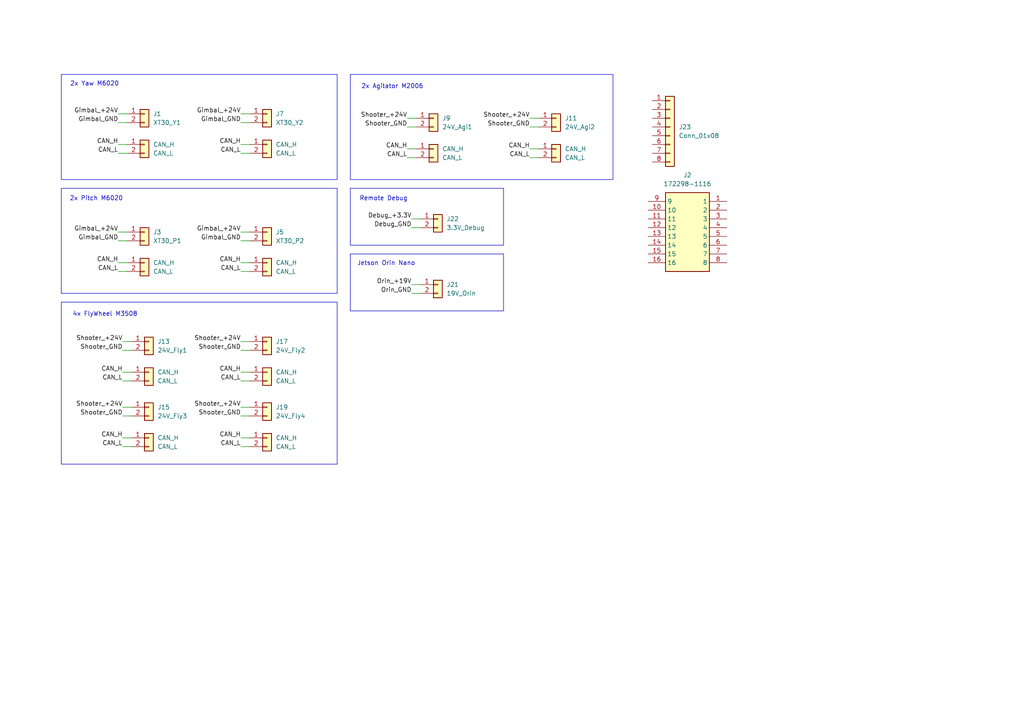
<source format=kicad_sch>
(kicad_sch (version 20231120) (generator "eeschema") (generator_version "8.0")
  (paper "A4")
  (lib_symbols
    (symbol "Connector_Generic:Conn_01x02" (pin_names (offset 1.016) hide)
      (property "Reference" "J" (at 0 2.54 0))
      (property "Value" "Conn_01x02" (at 0 -5.08 0))
      (symbol "Conn_01x02_1_1"
        (rectangle (start -1.27 -2.413) (end 0 -2.667) (stroke (width 0.1524)))
        (rectangle (start -1.27 0.127) (end 0 -0.127) (stroke (width 0.1524)))
        (rectangle (start -1.27 1.27) (end 1.27 -3.81) (stroke (width 0.254)) (fill (type background)))
        (pin passive line (at -5.08 0 0) (length 3.81) (name "Pin_1") (number "1"))
        (pin passive line (at -5.08 -2.54 0) (length 3.81) (name "Pin_2") (number "2"))
      )
    )
    (symbol "Connector_Generic:Conn_01x08" (pin_names (offset 1.016) hide)
      (property "Reference" "J" (at 0 10.16 0))
      (property "Value" "Conn_01x08" (at 0 -12.7 0))
      (symbol "Conn_01x08_1_1"
        (rectangle (start -1.27 -10.033) (end 0 -10.287) (stroke (width 0.1524)))
        (rectangle (start -1.27 -7.493) (end 0 -7.747) (stroke (width 0.1524)))
        (rectangle (start -1.27 -4.953) (end 0 -5.207) (stroke (width 0.1524)))
        (rectangle (start -1.27 -2.413) (end 0 -2.667) (stroke (width 0.1524)))
        (rectangle (start -1.27 0.127) (end 0 -0.127) (stroke (width 0.1524)))
        (rectangle (start -1.27 2.667) (end 0 2.413) (stroke (width 0.1524)))
        (rectangle (start -1.27 5.207) (end 0 4.953) (stroke (width 0.1524)))
        (rectangle (start -1.27 7.747) (end 0 7.493) (stroke (width 0.1524)))
        (rectangle (start -1.27 8.89) (end 1.27 -11.43) (stroke (width 0.254)) (fill (type background)))
        (pin passive line (at -5.08 7.62 0) (length 3.81) (name "Pin_1") (number "1"))
        (pin passive line (at -5.08 5.08 0) (length 3.81) (name "Pin_2") (number "2"))
        (pin passive line (at -5.08 2.54 0) (length 3.81) (name "Pin_3") (number "3"))
        (pin passive line (at -5.08 0 0) (length 3.81) (name "Pin_4") (number "4"))
        (pin passive line (at -5.08 -2.54 0) (length 3.81) (name "Pin_5") (number "5"))
        (pin passive line (at -5.08 -5.08 0) (length 3.81) (name "Pin_6") (number "6"))
        (pin passive line (at -5.08 -7.62 0) (length 3.81) (name "Pin_7") (number "7"))
        (pin passive line (at -5.08 -10.16 0) (length 3.81) (name "Pin_8") (number "8"))
      )
    )
    (symbol "Robomaster_Library:172298-1116"
      (property "Reference" "J" (at 19.05 7.62 0))
      (property "Value" "172298-1116" (at 19.05 5.08 0))
      (symbol "172298-1116_1_1"
        (rectangle (start 5.08 2.54) (end 17.78 -20.32) (stroke (width 0.254)) (fill (type background)))
        (pin passive line (at 22.86 0 180) (length 5.08) (name "1") (number "1"))
        (pin passive line (at 0 -2.54 0) (length 5.08) (name "10") (number "10"))
        (pin passive line (at 0 -5.08 0) (length 5.08) (name "11") (number "11"))
        (pin passive line (at 0 -7.62 0) (length 5.08) (name "12") (number "12"))
        (pin passive line (at 0 -10.16 0) (length 5.08) (name "13") (number "13"))
        (pin passive line (at 0 -12.7 0) (length 5.08) (name "14") (number "14"))
        (pin passive line (at 0 -15.24 0) (length 5.08) (name "15") (number "15"))
        (pin passive line (at 0 -17.78 0) (length 5.08) (name "16") (number "16"))
        (pin passive line (at 22.86 -2.54 180) (length 5.08) (name "2") (number "2"))
        (pin passive line (at 22.86 -5.08 180) (length 5.08) (name "3") (number "3"))
        (pin passive line (at 22.86 -7.62 180) (length 5.08) (name "4") (number "4"))
        (pin passive line (at 22.86 -10.16 180) (length 5.08) (name "5") (number "5"))
        (pin passive line (at 22.86 -12.7 180) (length 5.08) (name "6") (number "6"))
        (pin passive line (at 22.86 -15.24 180) (length 5.08) (name "7") (number "7"))
        (pin passive line (at 22.86 -17.78 180) (length 5.08) (name "8") (number "8"))
        (pin passive line (at 0 0 0) (length 5.08) (name "9") (number "9"))
      )
    )
  )
  (wire (pts (xy 118.11 45.72) (xy 120.65 45.72)))
  (wire (pts (xy 34.29 76.2) (xy 36.83 76.2)))
  (wire (pts (xy 35.56 110.49) (xy 38.1 110.49)))
  (wire (pts (xy 119.38 82.55) (xy 121.92 82.55)))
  (wire (pts (xy 34.29 44.45) (xy 36.83 44.45)))
  (wire (pts (xy 119.38 66.04) (xy 121.92 66.04)))
  (wire (pts (xy 34.29 41.91) (xy 36.83 41.91)))
  (wire (pts (xy 69.85 120.65) (xy 72.39 120.65)))
  (wire (pts (xy 69.85 99.06) (xy 72.39 99.06)))
  (wire (pts (xy 69.85 76.2) (xy 72.39 76.2)))
  (wire (pts (xy 118.11 36.83) (xy 120.65 36.83)))
  (wire (pts (xy 153.67 36.83) (xy 156.21 36.83)))
  (wire (pts (xy 35.56 127) (xy 38.1 127)))
  (wire (pts (xy 35.56 107.95) (xy 38.1 107.95)))
  (wire (pts (xy 69.85 33.02) (xy 72.39 33.02)))
  (wire (pts (xy 119.38 63.5) (xy 121.92 63.5)))
  (wire (pts (xy 69.85 107.95) (xy 72.39 107.95)))
  (wire (pts (xy 34.29 78.74) (xy 36.83 78.74)))
  (wire (pts (xy 119.38 85.09) (xy 121.92 85.09)))
  (wire (pts (xy 69.85 67.31) (xy 72.39 67.31)))
  (wire (pts (xy 69.85 118.11) (xy 72.39 118.11)))
  (wire (pts (xy 118.11 43.18) (xy 120.65 43.18)))
  (wire (pts (xy 35.56 129.54) (xy 38.1 129.54)))
  (wire (pts (xy 69.85 35.56) (xy 72.39 35.56)))
  (wire (pts (xy 69.85 101.6) (xy 72.39 101.6)))
  (wire (pts (xy 34.29 67.31) (xy 36.83 67.31)))
  (wire (pts (xy 69.85 44.45) (xy 72.39 44.45)))
  (wire (pts (xy 69.85 127) (xy 72.39 127)))
  (wire (pts (xy 153.67 45.72) (xy 156.21 45.72)))
  (wire (pts (xy 34.29 69.85) (xy 36.83 69.85)))
  (wire (pts (xy 35.56 120.65) (xy 38.1 120.65)))
  (wire (pts (xy 69.85 69.85) (xy 72.39 69.85)))
  (wire (pts (xy 153.67 34.29) (xy 156.21 34.29)))
  (wire (pts (xy 69.85 78.74) (xy 72.39 78.74)))
  (wire (pts (xy 118.11 34.29) (xy 120.65 34.29)))
  (wire (pts (xy 35.56 101.6) (xy 38.1 101.6)))
  (wire (pts (xy 35.56 118.11) (xy 38.1 118.11)))
  (wire (pts (xy 34.29 35.56) (xy 36.83 35.56)))
  (wire (pts (xy 69.85 41.91) (xy 72.39 41.91)))
  (wire (pts (xy 35.56 99.06) (xy 38.1 99.06)))
  (wire (pts (xy 69.85 110.49) (xy 72.39 110.49)))
  (wire (pts (xy 153.67 43.18) (xy 156.21 43.18)))
  (wire (pts (xy 69.85 129.54) (xy 72.39 129.54)))
  (wire (pts (xy 34.29 33.02) (xy 36.83 33.02)))
  (rectangle (start 17.78 87.63) (end 97.79 134.62))
  (rectangle (start 101.6 73.66) (end 146.05 90.17))
  (rectangle (start 17.78 54.61) (end 97.79 85.09))
  (rectangle (start 101.6 21.59) (end 177.8 52.07))
  (rectangle (start 17.78 21.59) (end 97.79 52.07))
  (rectangle (start 101.6 54.61) (end 146.05 71.12))
  (text "Remote Debug\n" (at 111.252 57.658 0) (effects (font (size 1.27 1.27))))
  (text "4x FlyWheel M3508\n" (at 30.48 91.186 0) (effects (font (size 1.27 1.27))))
  (text "Jetson Orin Nano" (at 112.014 76.454 0) (effects (font (size 1.27 1.27))))
  (text "2x Agitator M2006" (at 113.792 25.146 0) (effects (font (size 1.27 1.27))))
  (text "2x Pitch M6020" (at 27.94 57.658 0) (effects (font (size 1.27 1.27))))
  (text "2x Yaw M6020" (at 27.432 24.384 0) (effects (font (size 1.27 1.27))))
  (label "Shooter_GND" (at 69.85 101.6 180))
  (label "CAN_H" (at 35.56 107.95 180))
  (label "Debug_+3.3V" (at 119.38 63.5 180))
  (label "Orin_+19V" (at 119.38 82.55 180))
  (label "Gimbal_GND" (at 69.85 35.56 180))
  (label "Gimbal_GND" (at 34.29 35.56 180))
  (label "CAN_L" (at 35.56 110.49 180))
  (label "CAN_H" (at 69.85 107.95 180))
  (label "Gimbal_GND" (at 34.29 69.85 180))
  (label "Shooter_GND" (at 69.85 120.65 180))
  (label "Gimbal_GND" (at 69.85 69.85 180))
  (label "Gimbal_+24V" (at 69.85 33.02 180))
  (label "CAN_H" (at 153.67 43.18 180))
  (label "Gimbal_+24V" (at 69.85 67.31 180))
  (label "CAN_H" (at 34.29 41.91 180))
  (label "Shooter_GND" (at 35.56 101.6 180))
  (label "CAN_H" (at 69.85 41.91 180))
  (label "Shooter_+24V" (at 118.11 34.29 180))
  (label "CAN_H" (at 118.11 43.18 180))
  (label "CAN_H" (at 34.29 76.2 180))
  (label "CAN_L" (at 34.29 78.74 180))
  (label "Shooter_+24V" (at 69.85 118.11 180))
  (label "CAN_L" (at 34.29 44.45 180))
  (label "Debug_GND" (at 119.38 66.04 180))
  (label "CAN_L" (at 69.85 78.74 180))
  (label "Shooter_+24V" (at 153.67 34.29 180))
  (label "Shooter_+24V" (at 35.56 99.06 180))
  (label "Gimbal_+24V" (at 34.29 33.02 180))
  (label "Shooter_GND" (at 153.67 36.83 180))
  (label "Shooter_GND" (at 35.56 120.65 180))
  (label "CAN_H" (at 69.85 76.2 180))
  (label "Gimbal_+24V" (at 34.29 67.31 180))
  (label "CAN_L" (at 118.11 45.72 180))
  (label "CAN_L" (at 69.85 110.49 180))
  (label "Shooter_+24V" (at 35.56 118.11 180))
  (label "CAN_H" (at 69.85 127 180))
  (label "CAN_L" (at 69.85 129.54 180))
  (label "Shooter_+24V" (at 69.85 99.06 180))
  (label "Orin_GND" (at 119.38 85.09 180))
  (label "Shooter_GND" (at 118.11 36.83 180))
  (label "CAN_L" (at 69.85 44.45 180))
  (label "CAN_H" (at 35.56 127 180))
  (label "CAN_L" (at 153.67 45.72 180))
  (label "CAN_L" (at 35.56 129.54 180))
  (symbol (lib_id "Connector_Generic:Conn_01x02") (at 125.73 43.18 0) (unit 1)
    (property "Reference" "CAN_H" (at 128.27 43.1799 0) (effects (justify left)))
    (property "Value" "CAN_L" (at 128.27 45.7199 0) (effects (justify left)))
    (property "Description" "Generic connector, single row, 01x02, script generated (kicad-library-utils/schlib/autogen/connector/)" (effects (hide yes)))
  )
  (symbol (lib_id "Connector_Generic:Conn_01x02") (at 43.18 127 0) (unit 1)
    (property "Reference" "CAN_H" (at 45.6779 126.9999 0) (effects (justify left)))
    (property "Value" "CAN_L" (at 45.6779 129.5399 0) (effects (justify left)))
    (property "Description" "Generic connector, single row, 01x02, script generated (kicad-library-utils/schlib/autogen/connector/)" (effects (hide yes)))
  )
  (symbol (lib_id "Connector_Generic:Conn_01x02") (at 77.47 107.95 0) (unit 1)
    (property "Reference" "CAN_H" (at 79.9679 107.9499 0) (effects (justify left)))
    (property "Value" "CAN_L" (at 79.9679 110.4899 0) (effects (justify left)))
    (property "Description" "Generic connector, single row, 01x02, script generated (kicad-library-utils/schlib/autogen/connector/)" (effects (hide yes)))
  )
  (symbol (lib_id "Connector_Generic:Conn_01x02") (at 43.18 118.11 0) (unit 1)
    (property "Reference" "J15" (at 45.6779 118.1099 0) (effects (justify left)))
    (property "Value" "24V_Fly3" (at 45.6779 120.6499 0) (effects (justify left)))
    (property "Description" "Generic connector, single row, 01x02, script generated (kicad-library-utils/schlib/autogen/connector/)" (effects (hide yes)))
  )
  (symbol (lib_id "Connector_Generic:Conn_01x02") (at 77.47 127 0) (unit 1)
    (property "Reference" "CAN_H" (at 79.9679 126.9999 0) (effects (justify left)))
    (property "Value" "CAN_L" (at 79.9679 129.5399 0) (effects (justify left)))
    (property "Description" "Generic connector, single row, 01x02, script generated (kicad-library-utils/schlib/autogen/connector/)" (effects (hide yes)))
  )
  (symbol (lib_id "Connector_Generic:Conn_01x02") (at 127 82.55 0) (unit 1)
    (property "Reference" "J21" (at 129.4979 82.5499 0) (effects (justify left)))
    (property "Value" "19V_Orin" (at 129.4979 85.0899 0) (effects (justify left)))
    (property "Description" "Generic connector, single row, 01x02, script generated (kicad-library-utils/schlib/autogen/connector/)" (effects (hide yes)))
  )
  (symbol (lib_id "Connector_Generic:Conn_01x02") (at 77.47 67.31 0) (unit 1)
    (property "Reference" "J5" (at 79.9679 67.3099 0) (effects (justify left)))
    (property "Value" "XT30_P2" (at 79.9679 69.8499 0) (effects (justify left)))
    (property "Description" "Generic connector, single row, 01x02, script generated (kicad-library-utils/schlib/autogen/connector/)" (effects (hide yes)))
  )
  (symbol (lib_id "Connector_Generic:Conn_01x02") (at 77.47 33.02 0) (unit 1)
    (property "Reference" "J7" (at 79.9679 33.0199 0) (effects (justify left)))
    (property "Value" "XT30_Y2" (at 79.9679 35.5599 0) (effects (justify left)))
    (property "Description" "Generic connector, single row, 01x02, script generated (kicad-library-utils/schlib/autogen/connector/)" (effects (hide yes)))
  )
  (symbol (lib_id "Connector_Generic:Conn_01x02") (at 43.18 99.06 0) (unit 1)
    (property "Reference" "J13" (at 45.6779 99.0599 0) (effects (justify left)))
    (property "Value" "24V_Fly1" (at 45.6779 101.5999 0) (effects (justify left)))
    (property "Description" "Generic connector, single row, 01x02, script generated (kicad-library-utils/schlib/autogen/connector/)" (effects (hide yes)))
  )
  (symbol (lib_id "Connector_Generic:Conn_01x02") (at 41.91 41.91 0) (unit 1)
    (property "Reference" "CAN_H" (at 44.4079 41.9099 0) (effects (justify left)))
    (property "Value" "CAN_L" (at 44.4079 44.4499 0) (effects (justify left)))
    (property "Description" "Generic connector, single row, 01x02, script generated (kicad-library-utils/schlib/autogen/connector/)" (effects (hide yes)))
  )
  (symbol (lib_id "Connector_Generic:Conn_01x02") (at 161.29 43.18 0) (unit 1)
    (property "Reference" "CAN_H" (at 163.83 43.1799 0) (effects (justify left)))
    (property "Value" "CAN_L" (at 163.83 45.7199 0) (effects (justify left)))
    (property "Description" "Generic connector, single row, 01x02, script generated (kicad-library-utils/schlib/autogen/connector/)" (effects (hide yes)))
  )
  (symbol (lib_id "Connector_Generic:Conn_01x02") (at 43.18 107.95 0) (unit 1)
    (property "Reference" "CAN_H" (at 45.6779 107.9499 0) (effects (justify left)))
    (property "Value" "CAN_L" (at 45.6779 110.4899 0) (effects (justify left)))
    (property "Description" "Generic connector, single row, 01x02, script generated (kicad-library-utils/schlib/autogen/connector/)" (effects (hide yes)))
  )
  (symbol (lib_id "Connector_Generic:Conn_01x02") (at 41.91 76.2 0) (unit 1)
    (property "Reference" "CAN_H" (at 44.4079 76.1999 0) (effects (justify left)))
    (property "Value" "CAN_L" (at 44.4079 78.7399 0) (effects (justify left)))
    (property "Description" "Generic connector, single row, 01x02, script generated (kicad-library-utils/schlib/autogen/connector/)" (effects (hide yes)))
  )
  (symbol (lib_id "Connector_Generic:Conn_01x02") (at 41.91 67.31 0) (unit 1)
    (property "Reference" "J3" (at 44.4079 67.3099 0) (effects (justify left)))
    (property "Value" "XT30_P1" (at 44.4079 69.8499 0) (effects (justify left)))
    (property "Description" "Generic connector, single row, 01x02, script generated (kicad-library-utils/schlib/autogen/connector/)" (effects (hide yes)))
  )
  (symbol (lib_id "Connector_Generic:Conn_01x02") (at 41.91 33.02 0) (unit 1)
    (property "Reference" "J1" (at 44.4079 33.0199 0) (effects (justify left)))
    (property "Value" "XT30_Y1" (at 44.4079 35.5599 0) (effects (justify left)))
    (property "Description" "Generic connector, single row, 01x02, script generated (kicad-library-utils/schlib/autogen/connector/)" (effects (hide yes)))
  )
  (symbol (lib_id "Robomaster_Library:172298-1116") (at 187.96 58.42 0) (unit 1)
    (property "Reference" "J2" (at 199.39 50.8 0))
    (property "Value" "172298-1116" (at 199.39 53.34 0))
    (property "Footprint" "172298-YY16" (effects (hide yes)))
    (property "Datasheet" "https://componentsearchengine.com/Datasheets/1/172298-1116.pdf" (effects (hide yes)))
    (property "Description" "Ultra-Fit Vertical Header, 3.50mm Pitch, Dual Row, 16 Circuits, with Kinked Pins, Glow-Wire Capable" (effects (hide yes)))
    (property "Height" "14" (effects (hide yes)))
    (property "Mouser Part Number" "538-172298-1116" (effects (hide yes)))
    (property "Mouser Price/Stock" "https://www.mouser.com/Search/Refine.aspx?Keyword=538-172298-1116" (effects (hide yes)))
    (property "Manufacturer_Name" "Molex" (effects (hide yes)))
    (property "Manufacturer_Part_Number" "172298-1116" (effects (hide yes)))
  )
  (symbol (lib_id "Connector_Generic:Conn_01x02") (at 127 63.5 0) (unit 1)
    (property "Reference" "J22" (at 129.4979 63.4999 0) (effects (justify left)))
    (property "Value" "3.3V_Debug" (at 129.4979 66.0399 0) (effects (justify left)))
    (property "Description" "Generic connector, single row, 01x02, script generated (kicad-library-utils/schlib/autogen/connector/)" (effects (hide yes)))
  )
  (symbol (lib_id "Connector_Generic:Conn_01x02") (at 77.47 41.91 0) (unit 1)
    (property "Reference" "CAN_H" (at 79.9679 41.9099 0) (effects (justify left)))
    (property "Value" "CAN_L" (at 79.9679 44.4499 0) (effects (justify left)))
    (property "Description" "Generic connector, single row, 01x02, script generated (kicad-library-utils/schlib/autogen/connector/)" (effects (hide yes)))
  )
  (symbol (lib_id "Connector_Generic:Conn_01x08") (at 194.31 36.83 0) (unit 1)
    (property "Reference" "J23" (at 196.85 36.8299 0) (effects (justify left)))
    (property "Value" "Conn_01x08" (at 196.85 39.3699 0) (effects (justify left)))
    (property "Description" "Generic connector, single row, 01x08, script generated (kicad-library-utils/schlib/autogen/connector/)" (effects (hide yes)))
  )
  (symbol (lib_id "Connector_Generic:Conn_01x02") (at 77.47 99.06 0) (unit 1)
    (property "Reference" "J17" (at 79.9679 99.0599 0) (effects (justify left)))
    (property "Value" "24V_Fly2" (at 79.9679 101.5999 0) (effects (justify left)))
    (property "Description" "Generic connector, single row, 01x02, script generated (kicad-library-utils/schlib/autogen/connector/)" (effects (hide yes)))
  )
  (symbol (lib_id "Connector_Generic:Conn_01x02") (at 161.29 34.29 0) (unit 1)
    (property "Reference" "J11" (at 163.83 34.2899 0) (effects (justify left)))
    (property "Value" "24V_Agi2" (at 163.83 36.8299 0) (effects (justify left)))
    (property "Description" "Generic connector, single row, 01x02, script generated (kicad-library-utils/schlib/autogen/connector/)" (effects (hide yes)))
  )
  (symbol (lib_id "Connector_Generic:Conn_01x02") (at 125.73 34.29 0) (unit 1)
    (property "Reference" "J9" (at 128.27 34.2899 0) (effects (justify left)))
    (property "Value" "24V_Agi1" (at 128.27 36.8299 0) (effects (justify left)))
    (property "Description" "Generic connector, single row, 01x02, script generated (kicad-library-utils/schlib/autogen/connector/)" (effects (hide yes)))
  )
  (symbol (lib_id "Connector_Generic:Conn_01x02") (at 77.47 76.2 0) (unit 1)
    (property "Reference" "CAN_H" (at 79.9679 76.1999 0) (effects (justify left)))
    (property "Value" "CAN_L" (at 79.9679 78.7399 0) (effects (justify left)))
    (property "Description" "Generic connector, single row, 01x02, script generated (kicad-library-utils/schlib/autogen/connector/)" (effects (hide yes)))
  )
  (symbol (lib_id "Connector_Generic:Conn_01x02") (at 77.47 118.11 0) (unit 1)
    (property "Reference" "J19" (at 79.9679 118.1099 0) (effects (justify left)))
    (property "Value" "24V_Fly4" (at 79.9679 120.6499 0) (effects (justify left)))
    (property "Description" "Generic connector, single row, 01x02, script generated (kicad-library-utils/schlib/autogen/connector/)" (effects (hide yes)))
  )
)
</source>
